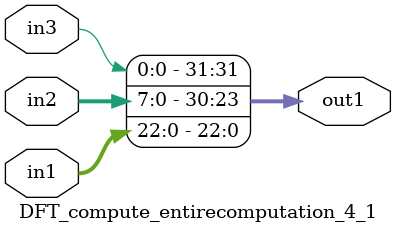
<source format=v>
`timescale 1ps / 1ps


module DFT_compute_entirecomputation_4_1(in1, in2, in3, out1);
  input [22:0] in1;
  input [7:0] in2;
  input in3;
  output [31:0] out1;
  wire [22:0] in1;
  wire [7:0] in2;
  wire in3;
  wire [31:0] out1;
  assign out1[0] = in1[0];
  assign out1[1] = in1[1];
  assign out1[2] = in1[2];
  assign out1[3] = in1[3];
  assign out1[4] = in1[4];
  assign out1[5] = in1[5];
  assign out1[6] = in1[6];
  assign out1[7] = in1[7];
  assign out1[8] = in1[8];
  assign out1[9] = in1[9];
  assign out1[10] = in1[10];
  assign out1[11] = in1[11];
  assign out1[12] = in1[12];
  assign out1[13] = in1[13];
  assign out1[14] = in1[14];
  assign out1[15] = in1[15];
  assign out1[16] = in1[16];
  assign out1[17] = in1[17];
  assign out1[18] = in1[18];
  assign out1[19] = in1[19];
  assign out1[20] = in1[20];
  assign out1[21] = in1[21];
  assign out1[22] = in1[22];
  assign out1[23] = in2[0];
  assign out1[24] = in2[1];
  assign out1[25] = in2[2];
  assign out1[26] = in2[3];
  assign out1[27] = in2[4];
  assign out1[28] = in2[5];
  assign out1[29] = in2[6];
  assign out1[30] = in2[7];
  assign out1[31] = in3;
endmodule



</source>
